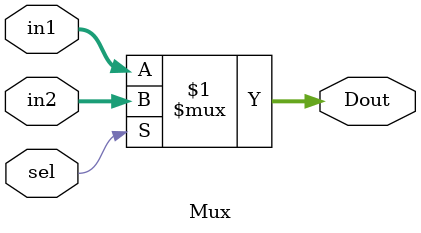
<source format=v>
`timescale 1ns / 1ps


module Mux(
    input [7:0] in1,
    input [7:0] in2,
    output [7:0] Dout,
    input sel
    );
    
    
    assign Dout = sel ? in2 : in1;
endmodule

</source>
